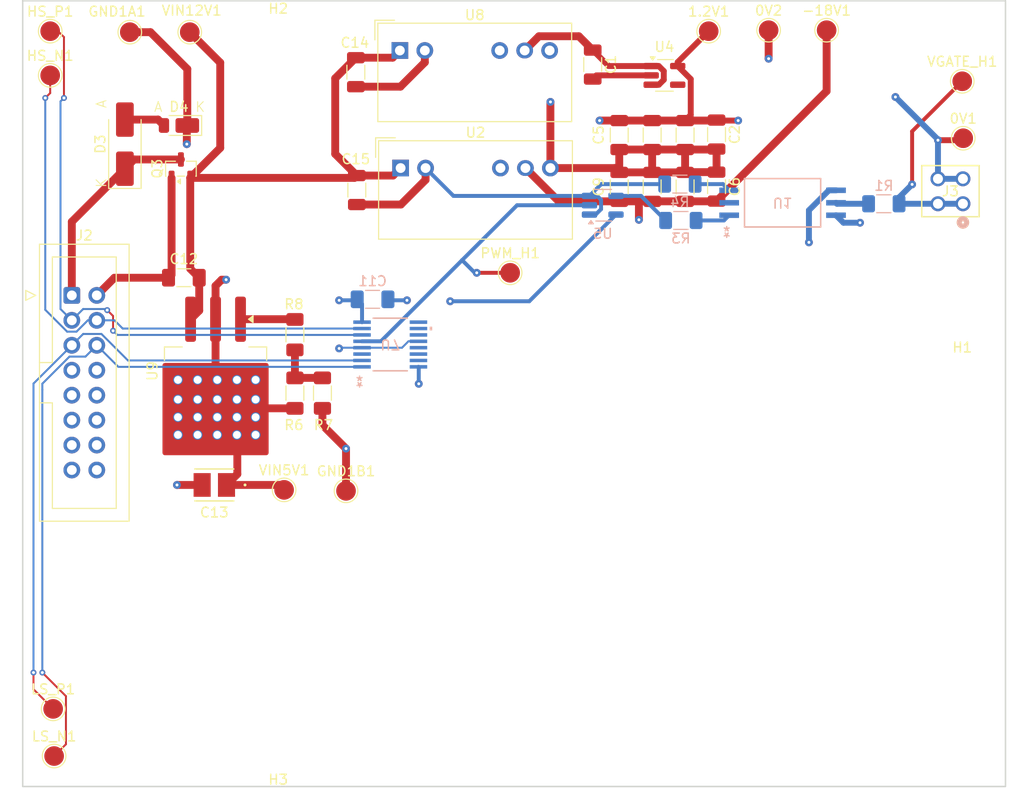
<source format=kicad_pcb>
(kicad_pcb (version 20241229) (generator "pcbnew") (generator_version "9.0")
  (layers (0 "F.Cu" signal) (4 "In1.Cu" signal) (6 "In2.Cu" signal) (2 "B.Cu" signal) (13 "F.Paste" user) (15 "B.Paste" user) (5 "F.SilkS" user "F.Silkscreen") (7 "B.SilkS" user "B.Silkscreen") (1 "F.Mask" user) (3 "B.Mask" user) (25 "Edge.Cuts" user))
  (net 0 "")
  (net 1 "/Gate_Driver/0V")
  (net 2 "Net-(U4-EN)")
  (net 3 "/Gate_Driver/-18V_H")
  (net 4 "GND1")
  (net 5 "/Gate_Driver/VIN5V")
  (net 6 "/Gate_Driver/VIN12V")
  (net 7 "Net-(D3-A)")
  (net 8 "+12V")
  (net 9 "/Gate_Driver/VGATE_H")
  (net 10 "/Gate_Driver/0V_H")
  (net 11 "/Gate_Driver/1.2V_H")
  (net 12 "/Gate_Driver/HS_N")
  (net 13 "/Gate_Driver/LS_N")
  (net 14 "/Gate_Driver/LS_P")
  (net 15 "/Gate_Driver/HS_P")
  (net 16 "Net-(U1-VOUT)")
  (net 17 "Net-(U5-Y)")
  (net 18 "Net-(U1-ANODE)")
  (net 19 "Net-(U1-CATHODE)")
  (net 20 "Net-(R6-Pad2)")
  (net 21 "Net-(U9-ADJ)")
  (net 22 "/Gate_Driver/PWM_H")
  (net 30 "/Gate_Driver/PWM_L")
  (footprint "Gate_Driver:CON4_2X2_TU_SSQ" (layer "F.Cu") (at 160.4 81.3)
    (property "Reference" "J3" (at 0 0 0) (layer "F.SilkS"))
    (property "Value" "SSW-102-01-G-D")
    (pad "1" thru_hole circle (at 1.27 1.27 90) (size 1.524 1.524) (drill 1.016) (layers "*.Cu" "*.Mask") (net 9 "/Gate_Driver/VGATE_H"))
    (pad "2" thru_hole circle (at 1.27 -1.27 90) (size 1.524 1.524) (drill 1.016) (layers "*.Cu" "*.Mask") (net 1 "/Gate_Driver/0V"))
    (pad "3" thru_hole circle (at -1.27 1.27 90) (size 1.524 1.524) (drill 1.016) (layers "*.Cu" "*.Mask") (net 9 "/Gate_Driver/VGATE_H"))
    (pad "4" thru_hole circle (at -1.27 -1.27 90) (size 1.524 1.524) (drill 1.016) (layers "*.Cu" "*.Mask") (net 1 "/Gate_Driver/0V"))
  )
  (footprint "TestPoint:TestPoint_Pad_D2.0mm" (layer "F.Cu") (at 141.9 64.9)
    (property "Reference" "0V2" (at 0 -1.998 0) (layer "F.SilkS"))
    (property "Value" "TestPoint")
    (pad "1" smd circle (at 0 0) (size 2 2) (layers "F.Cu" "F.Mask") (net 10 "/Gate_Driver/0V_H"))
  )
  (footprint "TestPoint:TestPoint_Pad_D2.0mm" (layer "F.Cu") (at 68.8 69.5)
    (property "Reference" "HS_N1" (at 0 -1.998 0) (layer "F.SilkS"))
    (property "Value" "HS_N")
    (pad "1" smd circle (at 0 0) (size 2 2) (layers "F.Cu" "F.Mask") (net 12 "/Gate_Driver/HS_N"))
  )
  (footprint "Capacitor_SMD:C_1206_3216Metric" (layer "F.Cu") (at 130.05 80.85 -90)
    (property "Reference" "C8" (hide yes))
    (property "Value" "1u")
    (pad "1" smd roundrect (at -1.475 0 270) (size 1.15 1.8) (layers "F.Cu" "F.Mask" "F.Paste") (roundrect_rratio 0.217391) (net 10 "/Gate_Driver/0V_H"))
    (pad "2" smd roundrect (at 1.475 0 270) (size 1.15 1.8) (layers "F.Cu" "F.Mask" "F.Paste") (roundrect_rratio 0.217391) (net 3 "/Gate_Driver/-18V_H"))
  )
  (footprint "TestPoint:TestPoint_Pad_D2.0mm" (layer "F.Cu") (at 135.8 65)
    (property "Reference" "1.2V1" (at 0 -1.998 0) (layer "F.SilkS"))
    (property "Value" "TestPoint")
    (pad "1" smd circle (at 0 0) (size 2 2) (layers "F.Cu" "F.Mask") (net 11 "/Gate_Driver/1.2V_H"))
  )
  (footprint "Package_TO_SOT_SMD:TO-263-3_TabPin2" (layer "F.Cu") (at 85.625 101.975 -90)
    (property "Reference" "U9" (at -2.375 6.425 90) (layer "F.SilkS"))
    (property "Value" "LT1086-ADJ")
    (pad "1" smd roundrect (at -7.65 -2.54 270) (size 4.6 1.1) (layers "F.Cu" "F.Mask" "F.Paste") (roundrect_rratio 0.227273) (net 21 "Net-(U9-ADJ)"))
    (pad "2" smd roundrect (at -7.65 0 270) (size 4.6 1.1) (layers "F.Cu" "F.Mask" "F.Paste") (roundrect_rratio 0.227273) (net 5 "/Gate_Driver/VIN5V"))
    (pad "2" smd roundrect (at 1.5 0 270) (size 9.4 10.8) (layers "F.Cu" "F.Mask") (roundrect_rratio 0.026596) (net 5 "/Gate_Driver/VIN5V"))
    (pad "3" smd roundrect (at -7.65 2.54 270) (size 4.6 1.1) (layers "F.Cu" "F.Mask" "F.Paste") (roundrect_rratio 0.227273) (net 6 "/Gate_Driver/VIN12V"))
  )
  (footprint "Converter_DCDC:Converter_DCDC_Murata_MGJ2DxxxxxxSC_THT" (layer "F.Cu") (at 104.3775 66.9675)
    (property "Reference" "U8" (at 7.62 -3.61 0) (layer "F.SilkS"))
    (property "Value" "MGJ2D121802SC")
    (pad "1" thru_hole rect (at 0 0) (size 1.7 1.7) (drill 1) (layers "*.Cu" "*.Mask") (net 6 "/Gate_Driver/VIN12V"))
    (pad "2" thru_hole oval (at 2.54 0) (size 1.7 1.7) (drill 1) (layers "*.Cu" "*.Mask") (net 4 "GND1"))
    (pad "5" thru_hole oval (at 10.16 0) (size 1.7 1.7) (drill 1) (layers "*.Cu" "*.Mask") (net 10 "/Gate_Driver/0V_H"))
    (pad "6" thru_hole oval (at 12.7 0) (size 1.7 1.6) (drill 1) (layers "*.Cu" "*.Mask") (net 2 "Net-(U4-EN)"))
    (pad "7" thru_hole oval (at 15.24 0) (size 1.7 1.7) (drill 1) (layers "*.Cu" "*.Mask"))
  )
  (footprint "Capacitor_SMD:C_1206_3216Metric_Pad1.33x1.80mm_HandSolder" (layer "F.Cu") (at 82.4 90.1 180)
    (property "Reference" "C12" (at 0 1.9 0) (layer "F.SilkS"))
    (property "Value" "10u")
    (pad "1" smd roundrect (at -1.5625 0 180) (size 1.325 1.8) (layers "F.Cu" "F.Mask" "F.Paste") (roundrect_rratio 0.188679) (net 6 "/Gate_Driver/VIN12V"))
    (pad "2" smd roundrect (at 1.5625 0 180) (size 1.325 1.8) (layers "F.Cu" "F.Mask" "F.Paste") (roundrect_rratio 0.188679) (net 4 "GND1"))
  )
  (footprint "TestPoint:TestPoint_Pad_D2.0mm" (layer "F.Cu") (at 68.8 65)
    (property "Reference" "HS_P1" (at 0 -1.998 0) (layer "F.SilkS"))
    (property "Value" "HS_P")
    (pad "1" smd circle (at 0 0) (size 2 2) (layers "F.Cu" "F.Mask") (net 15 "/Gate_Driver/HS_P"))
  )
  (footprint "TestPoint:TestPoint_Pad_D2.0mm" (layer "F.Cu") (at 161.7 75.9)
    (property "Reference" "0V1" (at 0 -1.998 0) (layer "F.SilkS"))
    (property "Value" "TestPoint")
    (pad "1" smd circle (at 0 0) (size 2 2) (layers "F.Cu" "F.Mask") (net 1 "/Gate_Driver/0V"))
  )
  (footprint "TestPoint:TestPoint_Pad_D2.0mm" (layer "F.Cu") (at 92.6 111.7)
    (property "Reference" "VIN5V1" (at 0 -1.998 0) (layer "F.SilkS"))
    (property "Value" "TestPoint")
    (pad "1" smd circle (at 0 0) (size 2 2) (layers "F.Cu" "F.Mask") (net 5 "/Gate_Driver/VIN5V"))
  )
  (footprint "Capacitor_SMD:C_1206_3216Metric" (layer "F.Cu") (at 133.4 80.85 -90)
    (property "Reference" "C7" (hide yes))
    (property "Value" "1u")
    (pad "1" smd roundrect (at -1.475 0 270) (size 1.15 1.8) (layers "F.Cu" "F.Mask" "F.Paste") (roundrect_rratio 0.217391) (net 10 "/Gate_Driver/0V_H"))
    (pad "2" smd roundrect (at 1.475 0 270) (size 1.15 1.8) (layers "F.Cu" "F.Mask" "F.Paste") (roundrect_rratio 0.217391) (net 3 "/Gate_Driver/-18V_H"))
  )
  (footprint "Resistor_SMD:R_1206_3216Metric_Pad1.30x1.75mm_HandSolder" (layer "F.Cu") (at 93.7 95.9 -90)
    (property "Reference" "R8" (at -3.1 0.1 180) (layer "F.SilkS"))
    (property "Value" "0")
    (pad "1" smd roundrect (at -1.55 0 270) (size 1.3 1.75) (layers "F.Cu" "F.Mask" "F.Paste") (roundrect_rratio 0.192308) (net 21 "Net-(U9-ADJ)"))
    (pad "2" smd roundrect (at 1.55 0 270) (size 1.3 1.75) (layers "F.Cu" "F.Mask" "F.Paste") (roundrect_rratio 0.192308) (net 20 "Net-(R6-Pad2)"))
  )
  (footprint "Capacitor_SMD:C_1206_3216Metric" (layer "F.Cu") (at 126.7 80.85 -90)
    (property "Reference" "C9" (at 0 2.1 90) (layer "F.SilkS"))
    (property "Value" "1u")
    (pad "1" smd roundrect (at -1.475 0 270) (size 1.15 1.8) (layers "F.Cu" "F.Mask" "F.Paste") (roundrect_rratio 0.217391) (net 10 "/Gate_Driver/0V_H"))
    (pad "2" smd roundrect (at 1.475 0 270) (size 1.15 1.8) (layers "F.Cu" "F.Mask" "F.Paste") (roundrect_rratio 0.217391) (net 3 "/Gate_Driver/-18V_H"))
  )
  (footprint "Capacitor_SMD:C_1206_3216Metric" (layer "F.Cu") (at 126.7 75.575 -90)
    (property "Reference" "C5" (at 0 2.1 90) (layer "F.SilkS"))
    (property "Value" "1u")
    (pad "1" smd roundrect (at -1.475 0 270) (size 1.15 1.8) (layers "F.Cu" "F.Mask" "F.Paste") (roundrect_rratio 0.217391) (net 11 "/Gate_Driver/1.2V_H"))
    (pad "2" smd roundrect (at 1.475 0 270) (size 1.15 1.8) (layers "F.Cu" "F.Mask" "F.Paste") (roundrect_rratio 0.217391) (net 10 "/Gate_Driver/0V_H"))
  )
  (footprint "Capacitor_SMD:C_1206_3216Metric" (layer "F.Cu") (at 136.6 80.825 -90)
    (property "Reference" "C6" (at 0 -1.85 90) (layer "F.SilkS"))
    (property "Value" "1u")
    (pad "1" smd roundrect (at -1.475 0 270) (size 1.15 1.8) (layers "F.Cu" "F.Mask" "F.Paste") (roundrect_rratio 0.217391) (net 10 "/Gate_Driver/0V_H"))
    (pad "2" smd roundrect (at 1.475 0 270) (size 1.15 1.8) (layers "F.Cu" "F.Mask" "F.Paste") (roundrect_rratio 0.217391) (net 3 "/Gate_Driver/-18V_H"))
  )
  (footprint "MountingHole:MountingHole_4.3mm_M4_DIN965" (layer "F.Cu") (at 92 136.5)
    (property "Reference" "H3" (at 0 4.7 0) (layer "F.SilkS"))
    (property "Value" "MountingHole")
    (pad "" np_thru_hole circle (at 0 0) (size 4.3 4.3) (drill 4.3) (layers "*.Cu" "*.Mask"))
  )
  (footprint "TestPoint:TestPoint_Pad_D2.0mm" (layer "F.Cu") (at 115.6 89.6)
    (property "Reference" "PWM_H1" (at 0 -1.998 0) (layer "F.SilkS"))
    (property "Value" "TestPoint")
    (pad "1" smd circle (at 0 0) (size 2 2) (layers "F.Cu" "F.Mask") (net 22 "/Gate_Driver/PWM_H"))
  )
  (footprint "Converter_DCDC:Converter_DCDC_Murata_MGJ2DxxxxxxSC_THT" (layer "F.Cu") (at 104.455 78.935)
    (property "Reference" "U2" (at 7.62 -3.61 0) (layer "F.SilkS"))
    (property "Value" "MGJ2D121802SC")
    (pad "1" thru_hole rect (at 0 0) (size 1.7 1.7) (drill 1) (layers "*.Cu" "*.Mask") (net 6 "/Gate_Driver/VIN12V"))
    (pad "2" thru_hole oval (at 2.54 0) (size 1.7 1.7) (drill 1) (layers "*.Cu" "*.Mask") (net 4 "GND1"))
    (pad "5" thru_hole oval (at 10.16 0) (size 1.7 1.7) (drill 1) (layers "*.Cu" "*.Mask"))
    (pad "6" thru_hole oval (at 12.7 0) (size 1.7 1.6) (drill 1) (layers "*.Cu" "*.Mask") (net 3 "/Gate_Driver/-18V_H"))
    (pad "7" thru_hole oval (at 15.24 0) (size 1.7 1.7) (drill 1) (layers "*.Cu" "*.Mask") (net 10 "/Gate_Driver/0V_H"))
  )
  (footprint "TestPoint:TestPoint_Pad_D2.0mm" (layer "F.Cu") (at 76.9 65.1)
    (property "Reference" "GND1A1" (at -1.3 -2.1 0) (layer "F.SilkS"))
    (property "Value" "TestPoint")
    (pad "1" smd circle (at 0 0) (size 2 2) (layers "F.Cu" "F.Mask") (net 4 "GND1"))
  )
  (footprint "Capacitor_SMD:C_1206_3216Metric" (layer "F.Cu") (at 133.4 75.575 -90)
    (property "Reference" "C3" (hide yes))
    (property "Value" "1u")
    (pad "1" smd roundrect (at -1.475 0 270) (size 1.15 1.8) (layers "F.Cu" "F.Mask" "F.Paste") (roundrect_rratio 0.217391) (net 11 "/Gate_Driver/1.2V_H"))
    (pad "2" smd roundrect (at 1.475 0 270) (size 1.15 1.8) (layers "F.Cu" "F.Mask" "F.Paste") (roundrect_rratio 0.217391) (net 10 "/Gate_Driver/0V_H"))
  )
  (footprint "Capacitor_SMD:C_1206_3216Metric" (layer "F.Cu") (at 130.05 75.575 -90)
    (property "Reference" "C4" (hide yes))
    (property "Value" "1u")
    (pad "1" smd roundrect (at -1.475 0 270) (size 1.15 1.8) (layers "F.Cu" "F.Mask" "F.Paste") (roundrect_rratio 0.217391) (net 11 "/Gate_Driver/1.2V_H"))
    (pad "2" smd roundrect (at 1.475 0 270) (size 1.15 1.8) (layers "F.Cu" "F.Mask" "F.Paste") (roundrect_rratio 0.217391) (net 10 "/Gate_Driver/0V_H"))
  )
  (footprint "TestPoint:TestPoint_Pad_D2.0mm" (layer "F.Cu") (at 69.1 134)
    (property "Reference" "LS_P1" (at 0 -1.998 0) (layer "F.SilkS"))
    (property "Value" "LS_P")
    (pad "1" smd circle (at 0 0) (size 2 2) (layers "F.Cu" "F.Mask") (net 14 "/Gate_Driver/LS_P"))
  )
  (footprint "Package_TO_SOT_SMD:SOT-23" (layer "F.Cu") (at 82.1 79 90)
    (property "Reference" "Q3" (at 0 -2.4 90) (layer "F.SilkS"))
    (property "Value" "DMP3099L")
    (pad "1" smd roundrect (at -0.9375 -0.95 90) (size 1.475 0.6) (layers "F.Cu" "F.Mask" "F.Paste") (net 4 "GND1"))
    (pad "2" smd roundrect (at -0.9375 0.95 90) (size 1.475 0.6) (layers "F.Cu" "F.Mask" "F.Paste") (net 6 "/Gate_Driver/VIN12V"))
    (pad "3" smd roundrect (at 0.9375 0 90) (size 1.475 0.6) (layers "F.Cu" "F.Mask" "F.Paste") (net 8 "+12V"))
  )
  (footprint "Package_TO_SOT_SMD:SOT-23-5_HandSoldering" (layer "F.Cu") (at 131.3 69.5)
    (property "Reference" "U4" (at 0 -2.9 0) (layer "F.SilkS"))
    (property "Value" "LDK130-12_SOT23_SOT353")
    (pad "1" smd roundrect (at -1.35 -0.95) (size 1.56 0.65) (layers "F.Cu" "F.Mask" "F.Paste") (net 2 "Net-(U4-EN)"))
    (pad "2" smd roundrect (at -1.35 0) (size 1.56 0.65) (layers "F.Cu" "F.Mask" "F.Paste") (net 10 "/Gate_Driver/0V_H"))
    (pad "3" smd roundrect (at -1.35 0.95) (size 1.56 0.65) (layers "F.Cu" "F.Mask" "F.Paste") (net 2 "Net-(U4-EN)"))
    (pad "4" smd roundrect (at 1.35 0.95) (size 1.56 0.65) (layers "F.Cu" "F.Mask" "F.Paste"))
    (pad "5" smd roundrect (at 1.35 -0.95) (size 1.56 0.65) (layers "F.Cu" "F.Mask" "F.Paste") (net 11 "/Gate_Driver/1.2V_H"))
  )
  (footprint "TestPoint:TestPoint_Pad_D2.0mm" (layer "F.Cu") (at 147.8 64.9)
    (property "Reference" "-18V1" (at 0 -1.998 0) (layer "F.SilkS"))
    (property "Value" "TestPoint")
    (pad "1" smd circle (at 0 0) (size 2 2) (layers "F.Cu" "F.Mask") (net 3 "/Gate_Driver/-18V_H"))
  )
  (footprint "Diode_SMD:D_PowerDI-123" (layer "F.Cu") (at 81.9 74.6 180)
    (property "Reference" "D4" (at 0 1.9 0) (layer "F.SilkS"))
    (property "Value" "D_Schottky")
    (pad "1" smd roundrect (at -0.85 0) (size 2.4 1.5) (layers "F.Cu" "F.Mask" "F.Paste") (roundrect_rratio 0.1666666667) (net 4 "GND1"))
    (pad "2" smd roundrect (at 1.525 0) (size 1.05 1.5) (layers "F.Cu" "F.Mask" "F.Paste") (roundrect_rratio 0.2380952381) (net 7 "Net-(D3-A)"))
  )
  (footprint "Resistor_SMD:R_1206_3216Metric_Pad1.30x1.75mm_HandSolder" (layer "F.Cu") (at 96.5 101.85 -90)
    (property "Reference" "R7" (at 3.25 -0.1 180) (layer "F.SilkS"))
    (property "Value" "365")
    (pad "1" smd roundrect (at -1.55 0 270) (size 1.3 1.75) (layers "F.Cu" "F.Mask" "F.Paste") (roundrect_rratio 0.192308) (net 20 "Net-(R6-Pad2)"))
    (pad "2" smd roundrect (at 1.55 0 270) (size 1.3 1.75) (layers "F.Cu" "F.Mask" "F.Paste") (roundrect_rratio 0.192308) (net 4 "GND1"))
  )
  (footprint "TestPoint:TestPoint_Pad_D2.0mm" (layer "F.Cu") (at 83 65.1)
    (property "Reference" "VIN12V1" (at 0.2 -2.2 0) (layer "F.SilkS"))
    (property "Value" "TestPoint")
    (pad "1" smd circle (at 0 0) (size 2 2) (layers "F.Cu" "F.Mask") (net 6 "/Gate_Driver/VIN12V"))
  )
  (footprint "Resistor_SMD:R_1206_3216Metric_Pad1.30x1.75mm_HandSolder" (layer "F.Cu") (at 93.7 101.85 90)
    (property "Reference" "R6" (at -3.25 -0.1 180) (layer "F.SilkS"))
    (property "Value" "121")
    (pad "1" smd roundrect (at -1.55 0 90) (size 1.3 1.75) (layers "F.Cu" "F.Mask" "F.Paste") (roundrect_rratio 0.192308) (net 5 "/Gate_Driver/VIN5V"))
    (pad "2" smd roundrect (at 1.55 0 90) (size 1.3 1.75) (layers "F.Cu" "F.Mask" "F.Paste") (roundrect_rratio 0.192308) (net 20 "Net-(R6-Pad2)"))
  )
  (footprint "Capacitor_SMD:C_1206_3216Metric" (layer "F.Cu") (at 124 68.4 -90)
    (property "Reference" "C1" (at 0 -1.85 90) (layer "F.SilkS"))
    (property "Value" "1u")
    (pad "1" smd roundrect (at -1.475 0 270) (size 1.15 1.8) (layers "F.Cu" "F.Mask" "F.Paste") (roundrect_rratio 0.217391) (net 2 "Net-(U4-EN)"))
    (pad "2" smd roundrect (at 1.475 0 270) (size 1.15 1.8) (layers "F.Cu" "F.Mask" "F.Paste") (roundrect_rratio 0.217391) (net 10 "/Gate_Driver/0V_H"))
  )
  (footprint "Capacitor_SMD:C_1206_3216Metric" (layer "F.Cu") (at 100 81.175 -90)
    (property "Reference" "C15" (at -3.15 0.1 180) (layer "F.SilkS"))
    (property "Value" "10u")
    (pad "1" smd roundrect (at -1.475 0 270) (size 1.15 1.8) (layers "F.Cu" "F.Mask" "F.Paste") (roundrect_rratio 0.217391) (net 6 "/Gate_Driver/VIN12V"))
    (pad "2" smd roundrect (at 1.475 0 270) (size 1.15 1.8) (layers "F.Cu" "F.Mask" "F.Paste") (roundrect_rratio 0.217391) (net 4 "GND1"))
  )
  (footprint "MountingHole:MountingHole_4.3mm_M4_DIN965" (layer "F.Cu") (at 92 67.4)
    (property "Reference" "H2" (at 0 -4.7 0) (layer "F.SilkS"))
    (property "Value" "MountingHole")
    (pad "" np_thru_hole circle (at 0 0) (size 4.3 4.3) (drill 4.3) (layers "*.Cu" "*.Mask"))
  )
  (footprint "TestPoint:TestPoint_Pad_D2.0mm" (layer "F.Cu") (at 98.9 111.8)
    (property "Reference" "GND1B1" (at 0 -1.998 0) (layer "F.SilkS"))
    (property "Value" "TestPoint")
    (pad "1" smd circle (at 0 0) (size 2 2) (layers "F.Cu" "F.Mask") (net 4 "GND1"))
  )
  (footprint "Capacitor_SMD:C_1206_3216Metric" (layer "F.Cu") (at 99.9 69.175 -90)
    (property "Reference" "C14" (at -3 0.1 180) (layer "F.SilkS"))
    (property "Value" "10u")
    (pad "1" smd roundrect (at -1.475 0 270) (size 1.15 1.8) (layers "F.Cu" "F.Mask" "F.Paste") (roundrect_rratio 0.217391) (net 6 "/Gate_Driver/VIN12V"))
    (pad "2" smd roundrect (at 1.475 0 270) (size 1.15 1.8) (layers "F.Cu" "F.Mask" "F.Paste") (roundrect_rratio 0.217391) (net 4 "GND1"))
  )
  (footprint "Diode_SMD:D_SMA_Handsoldering" (layer "F.Cu") (at 76.4 76.5 90)
    (property "Reference" "D3" (at 0 -2.5 90) (layer "F.SilkS"))
    (property "Value" "Z1SMAxxx")
    (pad "1" smd roundrect (at -2.5 0 90) (size 3.5 1.8) (layers "F.Cu" "F.Mask" "F.Paste") (roundrect_rratio 0.1388888889) (net 8 "+12V"))
    (pad "2" smd roundrect (at 2.5 0 90) (size 3.5 1.8) (layers "F.Cu" "F.Mask" "F.Paste") (roundrect_rratio 0.1388888889) (net 7 "Net-(D3-A)"))
  )
  (footprint "TestPoint:TestPoint_Pad_D2.0mm" (layer "F.Cu") (at 161.6 70.1)
    (property "Reference" "VGATE_H1" (at 0 -1.998 0) (layer "F.SilkS"))
    (property "Value" "TestPoint")
    (pad "1" smd circle (at 0 0) (size 2 2) (layers "F.Cu" "F.Mask") (net 9 "/Gate_Driver/VGATE_H"))
  )
  (footprint "Connector_IDC:IDC-Header_2x08_P2.54mm_Vertical" (layer "F.Cu") (at 71 91.9)
    (property "Reference" "J2" (at 1.27 -6.1 0) (layer "F.SilkS"))
    (property "Value" "Conn_02x08_Odd_Even")
    (pad "1" thru_hole roundrect (at 0 0) (size 1.7 1.7) (drill 1) (layers "*.Cu" "*.Mask") (roundrect_rratio 0.147059) (net 8 "+12V"))
    (pad "2" thru_hole circle (at 2.54 0) (size 1.7 1.7) (drill 1) (layers "*.Cu" "*.Mask") (net 4 "GND1"))
    (pad "3" thru_hole circle (at 0 2.54) (size 1.7 1.7) (drill 1) (layers "*.Cu" "*.Mask") (net 15 "/Gate_Driver/HS_P"))
    (pad "4" thru_hole circle (at 2.54 2.54) (size 1.7 1.7) (drill 1) (layers "*.Cu" "*.Mask") (net 12 "/Gate_Driver/HS_N"))
    (pad "5" thru_hole circle (at 0 5.08) (size 1.7 1.7) (drill 1) (layers "*.Cu" "*.Mask") (net 14 "/Gate_Driver/LS_P"))
    (pad "6" thru_hole circle (at 2.54 5.08) (size 1.7 1.7) (drill 1) (layers "*.Cu" "*.Mask") (net 13 "/Gate_Driver/LS_N"))
    (pad "7" thru_hole circle (at 0 7.62) (size 1.7 1.7) (drill 1) (layers "*.Cu" "*.Mask"))
    (pad "8" thru_hole circle (at 2.54 7.62) (size 1.7 1.7) (drill 1) (layers "*.Cu" "*.Mask"))
    (pad "9" thru_hole circle (at 0 10.16) (size 1.7 1.7) (drill 1) (layers "*.Cu" "*.Mask"))
    (pad "10" thru_hole circle (at 2.54 10.16) (size 1.7 1.7) (drill 1) (layers "*.Cu" "*.Mask"))
    (pad "11" thru_hole circle (at 0 12.7) (size 1.7 1.7) (drill 1) (layers "*.Cu" "*.Mask"))
    (pad "12" thru_hole circle (at 2.54 12.7) (size 1.7 1.7) (drill 1) (layers "*.Cu" "*.Mask") (net 4 "GND1"))
    (pad "13" thru_hole circle (at 0 15.24) (size 1.7 1.7) (drill 1) (layers "*.Cu" "*.Mask"))
    (pad "14" thru_hole circle (at 2.54 15.24) (size 1.7 1.7) (drill 1) (layers "*.Cu" "*.Mask") (net 4 "GND1"))
    (pad "15" thru_hole circle (at 0 17.78) (size 1.7 1.7) (drill 1) (layers "*.Cu" "*.Mask"))
    (pad "16" thru_hole circle (at 2.54 17.78) (size 1.7 1.7) (drill 1) (layers "*.Cu" "*.Mask") (net 4 "GND1"))
  )
  (footprint "Gate_Driver:TAJB_AVX-M" (layer "F.Cu") (at 85.5 111.2 180)
    (property "Reference" "C13" (at 0 -2.8 0) (layer "F.SilkS"))
    (property "Value" "10u")
    (pad "1" smd rect (at -1.239063 0 270) (size 2.413 1.738275) (layers "F.Cu" "F.Mask" "F.Paste") (net 5 "/Gate_Driver/VIN5V"))
    (pad "2" smd rect (at 1.239063 0 270) (size 2.413 1.738275) (layers "F.Cu" "F.Mask" "F.Paste") (net 4 "GND1"))
  )
  (footprint "TestPoint:TestPoint_Pad_D2.0mm" (layer "F.Cu") (at 69.2 138.8)
    (property "Reference" "LS_N1" (at 0 -1.998 0) (layer "F.SilkS"))
    (property "Value" "LS_N")
    (pad "1" smd circle (at 0 0) (size 2 2) (layers "F.Cu" "F.Mask") (net 13 "/Gate_Driver/LS_N"))
  )
  (footprint "MountingHole:MountingHole_4.3mm_M4_DIN965" (layer "F.Cu") (at 161.6 101.9)
    (property "Reference" "H1" (at 0 -4.7 0) (layer "F.SilkS"))
    (property "Value" "MountingHole")
    (pad "" np_thru_hole circle (at 0 0) (size 4.3 4.3) (drill 4.3) (layers "*.Cu" "*.Mask"))
  )
  (footprint "Capacitor_SMD:C_1206_3216Metric" (layer "F.Cu") (at 136.6 75.525 -90)
    (property "Reference" "C2" (at 0 -1.85 90) (layer "F.SilkS"))
    (property "Value" "1u")
    (pad "1" smd roundrect (at -1.475 0 270) (size 1.15 1.8) (layers "F.Cu" "F.Mask" "F.Paste") (roundrect_rratio 0.217391) (net 11 "/Gate_Driver/1.2V_H"))
    (pad "2" smd roundrect (at 1.475 0 270) (size 1.15 1.8) (layers "F.Cu" "F.Mask" "F.Paste") (roundrect_rratio 0.217391) (net 10 "/Gate_Driver/0V_H"))
  )
  (footprint "Resistor_SMD:R_1206_3216Metric_Pad1.30x1.75mm_HandSolder" (layer "B.Cu") (at 132.87 80.57)
    (property "Reference" "R4" (at 0 1.83 0) (layer "B.SilkS") (effects (justify mirror)))
    (property "Value" "145")
    (pad "1" smd roundrect (at -1.55 0) (size 1.3 1.75) (layers "B.Cu" "B.Mask" "B.Paste") (roundrect_rratio 0.192308) (net 4 "GND1"))
    (pad "2" smd roundrect (at 1.55 0) (size 1.3 1.75) (layers "B.Cu" "B.Mask" "B.Paste") (roundrect_rratio 0.192308) (net 19 "Net-(U1-CATHODE)"))
  )
  (footprint "Package_TO_SOT_SMD:SOT-23-5_HandSoldering" (layer "B.Cu") (at 125.02 82.72)
    (property "Reference" "U5" (at 0 2.9 0) (layer "B.SilkS") (effects (justify mirror)))
    (property "Value" "NC7SZ125M5X")
    (pad "1" smd roundrect (at -1.35 0.95) (size 1.56 0.65) (layers "B.Cu" "B.Mask" "B.Paste") (net 4 "GND1"))
    (pad "2" smd roundrect (at -1.35 0) (size 1.56 0.65) (layers "B.Cu" "B.Mask" "B.Paste") (net 22 "/Gate_Driver/PWM_H"))
    (pad "3" smd roundrect (at -1.35 -0.95) (size 1.56 0.65) (layers "B.Cu" "B.Mask" "B.Paste") (net 4 "GND1"))
    (pad "4" smd roundrect (at 1.35 -0.95) (size 1.56 0.65) (layers "B.Cu" "B.Mask" "B.Paste") (net 17 "Net-(U5-Y)"))
    (pad "5" smd roundrect (at 1.35 0.95) (size 1.56 0.65) (layers "B.Cu" "B.Mask" "B.Paste") (net 5 "/Gate_Driver/VIN5V"))
  )
  (footprint "Resistor_SMD:R_1206_3216Metric_Pad1.30x1.75mm_HandSolder" (layer "B.Cu") (at 132.97 84.27)
    (property "Reference" "R3" (at 0 1.83 0) (layer "B.SilkS") (effects (justify mirror)))
    (property "Value" "145")
    (pad "1" smd roundrect (at -1.55 0) (size 1.3 1.75) (layers "B.Cu" "B.Mask" "B.Paste") (roundrect_rratio 0.192308) (net 17 "Net-(U5-Y)"))
    (pad "2" smd roundrect (at 1.55 0) (size 1.3 1.75) (layers "B.Cu" "B.Mask" "B.Paste") (roundrect_rratio 0.192308) (net 18 "Net-(U1-ANODE)"))
  )
  (footprint "Resistor_SMD:R_1206_3216Metric_Pad1.30x1.75mm_HandSolder" (layer "B.Cu") (at 153.62 82.57 180)
    (property "Reference" "R1" (at 0 1.83 0) (layer "B.SilkS") (effects (justify mirror)))
    (property "Value" "Ron 2 ohm")
    (pad "1" smd roundrect (at -1.55 0 180) (size 1.3 1.75) (layers "B.Cu" "B.Mask" "B.Paste") (roundrect_rratio 0.192308) (net 9 "/Gate_Driver/VGATE_H"))
    (pad "2" smd roundrect (at 1.55 0 180) (size 1.3 1.75) (layers "B.Cu" "B.Mask" "B.Paste") (roundrect_rratio 0.192308) (net 16 "Net-(U1-VOUT)"))
  )
  (footprint "Gate_Driver:SOIC06_SO-6_7P5X4P68_TEX-M" (layer "B.Cu") (at 143.32 82.47)
    (property "Reference" "U1" (at 0 0 180) (layer "B.SilkS") (effects (justify mirror)))
    (property "Value" "UCC23513QDWYRQ1")
    (fp_text user "*" (at -5.6896 2.9718 180) (layer "B.SilkS") (effects (justify mirror)))
    (fp_text user "*" (at -5.6896 2.9718 0) (layer "B.SilkS") (effects (justify mirror)))
    (pad "1" smd rect (at -5.4356 1.27) (size 2.0066 0.5588) (layers "B.Cu" "B.Mask" "B.Paste") (net 18 "Net-(U1-ANODE)"))
    (pad "2" smd rect (at -5.4356 0) (size 2.0066 0.5588) (layers "B.Cu" "B.Mask" "B.Paste"))
    (pad "3" smd rect (at -5.4356 -1.27) (size 2.0066 0.5588) (layers "B.Cu" "B.Mask" "B.Paste") (net 19 "Net-(U1-CATHODE)"))
    (pad "4" smd rect (at 5.4356 -1.27) (size 2.0066 0.5588) (layers "B.Cu" "B.Mask" "B.Paste") (net 3 "/Gate_Driver/-18V_H"))
    (pad "5" smd rect (at 5.4356 0) (size 2.0066 0.5588) (layers "B.Cu" "B.Mask" "B.Paste") (net 16 "Net-(U1-VOUT)"))
    (pad "6" smd rect (at 5.4356 1.27) (size 2.0066 0.5588) (layers "B.Cu" "B.Mask" "B.Paste") (net 11 "/Gate_Driver/1.2V_H"))
  )
  (footprint "Capacitor_SMD:C_1206_3216Metric_Pad1.33x1.80mm_HandSolder" (layer "B.Cu") (at 101.6 92.3 180)
    (property "Reference" "C11" (at 0 1.85 0) (layer "B.SilkS") (effects (justify mirror)))
    (property "Value" "0.1u")
    (pad "1" smd roundrect (at -1.5625 0 180) (size 1.325 1.8) (layers "B.Cu" "B.Mask" "B.Paste") (roundrect_rratio 0.188679) (net 5 "/Gate_Driver/VIN5V"))
    (pad "2" smd roundrect (at 1.5625 0 180) (size 1.325 1.8) (layers "B.Cu" "B.Mask" "B.Paste") (roundrect_rratio 0.188679) (net 4 "GND1"))
  )
  (footprint "Gate_Driver:RU_16_ADI-M" (layer "B.Cu") (at 103.4 96.9)
    (property "Reference" "U7" (at 0 0 180) (layer "B.SilkS") (effects (justify mirror)))
    (property "Value" "ADM4168EBRUZ")
    (fp_text user "*" (at -3.1242 3.773601 180) (layer "B.SilkS") (effects (justify mirror)))
    (fp_text user "*" (at -3.1242 3.773601 0) (layer "B.SilkS") (effects (justify mirror)))
    (pad "1" smd rect (at -2.8702 2.274999) (size 1.778 0.3556) (layers "B.Cu" "B.Mask" "B.Paste") (net 13 "/Gate_Driver/LS_N"))
    (pad "2" smd rect (at -2.8702 1.625001) (size 1.778 0.3556) (layers "B.Cu" "B.Mask" "B.Paste") (net 14 "/Gate_Driver/LS_P"))
    (pad "3" smd rect (at -2.8702 0.974999) (size 1.778 0.3556) (layers "B.Cu" "B.Mask" "B.Paste") (net 30 "/Gate_Driver/PWM_L"))
    (pad "4" smd rect (at -2.8702 0.325001) (size 1.778 0.3556) (layers "B.Cu" "B.Mask" "B.Paste") (net 4 "GND1"))
    (pad "5" smd rect (at -2.8702 -0.324998) (size 1.778 0.3556) (layers "B.Cu" "B.Mask" "B.Paste") (net 22 "/Gate_Driver/PWM_H"))
    (pad "6" smd rect (at -2.8702 -0.974999) (size 1.778 0.3556) (layers "B.Cu" "B.Mask" "B.Paste") (net 15 "/Gate_Driver/HS_P"))
    (pad "7" smd rect (at -2.8702 -1.624998) (size 1.778 0.3556) (layers "B.Cu" "B.Mask" "B.Paste") (net 12 "/Gate_Driver/HS_N"))
    (pad "8" smd rect (at -2.8702 -2.274999) (size 1.778 0.3556) (layers "B.Cu" "B.Mask" "B.Paste") (net 4 "GND1"))
    (pad "9" smd rect (at 2.8702 -2.274999) (size 1.778 0.3556) (layers "B.Cu" "B.Mask" "B.Paste"))
    (pad "10" smd rect (at 2.8702 -1.625001) (size 1.778 0.3556) (layers "B.Cu" "B.Mask" "B.Paste"))
    (pad "11" smd rect (at 2.8702 -0.974999) (size 1.778 0.3556) (layers "B.Cu" "B.Mask" "B.Paste"))
    (pad "12" smd rect (at 2.8702 -0.325001) (size 1.778 0.3556) (layers "B.Cu" "B.Mask" "B.Paste") (net 4 "GND1"))
    (pad "13" smd rect (at 2.8702 0.324998) (size 1.778 0.3556) (layers "B.Cu" "B.Mask" "B.Paste"))
    (pad "14" smd rect (at 2.8702 0.974999) (size 1.778 0.3556) (layers "B.Cu" "B.Mask" "B.Paste"))
    (pad "15" smd rect (at 2.8702 1.624998) (size 1.778 0.3556) (layers "B.Cu" "B.Mask" "B.Paste"))
    (pad "16" smd rect (at 2.8702 2.274999) (size 1.778 0.3556) (layers "B.Cu" "B.Mask" "B.Paste") (net 5 "/Gate_Driver/VIN5V"))
  )
  (gr_rect (start 66 61.9) (end 166 141.9) (stroke (width 0.15)) (fill no) (layer "Edge.Cuts"))
  (gr_text "A" (at 79.3 73.3 0) (layer "F.SilkS") (effects (font (size 1 1) (thickness 0.1)) (justify left bottom)))
  (gr_text "K" (at 74.6 81.01 90) (layer "F.SilkS") (effects (font (size 1 1) (thickness 0.1)) (justify left bottom)))
  (gr_text "A" (at 74.6 72.9 90) (layer "F.SilkS") (effects (font (size 1 1) (thickness 0.1)) (justify left bottom)))
  (gr_text "K" (at 83.5 73.3 0) (layer "F.SilkS") (effects (font (size 1 1) (thickness 0.1)) (justify left bottom)))
  (segment (start 159.13 76.1) (end 161.5 76.1) (width 0.6) (layer "F.Cu") (net 1))
  (segment (start 161.5 76.1) (end 161.7 75.9) (width 0.6) (layer "F.Cu") (net 1))
  (via (at 141.9 67.8) (size 0.8) (drill 0.3) (layers "F.Cu" "B.Cu") (net 1))
  (via (at 154.8 71.7) (size 0.8) (drill 0.3) (layers "F.Cu" "B.Cu") (net 1))
  (via (at 119.7 72.2) (size 0.8) (drill 0.3) (layers "F.Cu" "B.Cu") (net 1))
  (via (at 159.13 76.1) (size 0.8) (drill 0.3) (layers "F.Cu" "B.Cu") (net 1))
  (segment (start 159.13 76.03) (end 159.13 76.1) (width 0.6) (layer "B.Cu") (net 1))
  (segment (start 159.13 76.1) (end 159.13 80.03) (width 0.6) (layer "B.Cu") (net 1))
  (segment (start 159.13 80.03) (end 161.67 80.03) (width 0.6) (layer "B.Cu") (net 1))
  (segment (start 154.8 71.7) (end 159.13 76.03) (width 0.6) (layer "B.Cu") (net 1))
  (segment (start 131.231 69.948999) (end 130.729999 70.45) (width 0.6) (layer "F.Cu") (net 2))
  (segment (start 117.0775 66.9675) (end 118.5285 65.5165) (width 0.8) (layer "F.Cu") (net 2))
  (segment (start 122.5915 65.5165) (end 124 66.925) (width 0.8) (layer "F.Cu") (net 2))
  (segment (start 130.729999 70.45) (end 129.95 70.45) (width 0.6) (layer "F.Cu") (net 2))
  (segment (start 129.95 68.55) (end 125.625 68.55) (width 0.6) (layer "F.Cu") (net 2))
  (segment (start 125.625 68.55) (end 124 66.925) (width 0.6) (layer "F.Cu") (net 2))
  (segment (start 129.95 68.55) (end 130.722834 68.55) (width 0.6) (layer "F.Cu") (net 2))
  (segment (start 131.231 69.058166) (end 131.231 69.948999) (width 0.6) (layer "F.Cu") (net 2))
  (segment (start 118.5285 65.5165) (end 122.5915 65.5165) (width 0.8) (layer "F.Cu") (net 2))
  (segment (start 130.722834 68.55) (end 131.231 69.058166) (width 0.6) (layer "F.Cu") (net 2))
  (segment (start 128.7 84.2) (end 128.7 82.425) (width 0.8) (layer "F.Cu") (net 3))
  (segment (start 136.575 82.325) (end 136.6 82.3) (width 0.8) (layer "F.Cu") (net 3))
  (segment (start 128.6 82.325) (end 130.05 82.325) (width 0.8) (layer "F.Cu") (net 3))
  (segment (start 147.8 71.1) (end 147.8 64.9) (width 0.8) (layer "F.Cu") (net 3))
  (segment (start 120.545 82.325) (end 126.7 82.325) (width 0.8) (layer "F.Cu") (net 3))
  (segment (start 117.155 78.935) (end 120.545 82.325) (width 0.8) (layer "F.Cu") (net 3))
  (segment (start 126.7 82.325) (end 128.6 82.325) (width 0.8) (layer "F.Cu") (net 3))
  (segment (start 133.4 82.325) (end 136.575 82.325) (width 0.8) (layer "F.Cu") (net 3))
  (segment (start 128.7 82.425) (end 128.6 82.325) (width 0.8) (layer "F.Cu") (net 3))
  (segment (start 136.6 82.3) (end 147.8 71.1) (width 0.8) (layer "F.Cu") (net 3))
  (segment (start 130.05 82.325) (end 133.4 82.325) (width 0.8) (layer "F.Cu") (net 3))
  (via (at 146 86.5) (size 0.8) (drill 0.3) (layers "F.Cu" "B.Cu") (net 3))
  (via (at 128.7 84.2) (size 0.8) (drill 0.3) (layers "F.Cu" "B.Cu") (net 3))
  (segment (start 146 83.2317) (end 148.0317 81.2) (width 0.6) (layer "B.Cu") (net 3))
  (segment (start 148.0317 81.2) (end 148.7556 81.2) (width 0.6) (layer "B.Cu") (net 3))
  (segment (start 146 86.5) (end 146 83.2317) (width 0.6) (layer "B.Cu") (net 3))
  (segment (start 96.5 103.4) (end 96.5 105.1) (width 0.8) (layer "F.Cu") (net 4))
  (segment (start 106.995 78.935) (end 106.995 80.137081) (width 0.8) (layer "F.Cu") (net 4))
  (segment (start 81.15 79.9375) (end 81.15 89.7875) (width 0.8) (layer "F.Cu") (net 4))
  (segment (start 81.15 89.7875) (end 80.8375 90.1) (width 0.8) (layer "F.Cu") (net 4))
  (segment (start 81.7 111.2) (end 84.260937 111.2) (width 0.8) (layer "F.Cu") (net 4))
  (segment (start 82.75 68.85) (end 82.75 74.6) (width 0.8) (layer "F.Cu") (net 4))
  (segment (start 82.7 76.5) (end 82.7 74.65) (width 0.8) (layer "F.Cu") (net 4))
  (segment (start 79 65.1) (end 82.75 68.85) (width 0.8) (layer "F.Cu") (net 4))
  (segment (start 106.995 80.137081) (end 104.482081 82.65) (width 0.8) (layer "F.Cu") (net 4))
  (segment (start 75.34 90.1) (end 80.8375 90.1) (width 0.8) (layer "F.Cu") (net 4))
  (segment (start 104.482081 82.65) (end 100 82.65) (width 0.8) (layer "F.Cu") (net 4))
  (segment (start 96.5 105.1) (end 98.9 107.5) (width 0.8) (layer "F.Cu") (net 4))
  (segment (start 76.9 65.1) (end 79 65.1) (width 0.8) (layer "F.Cu") (net 4))
  (segment (start 104.437081 70.65) (end 99.9 70.65) (width 0.8) (layer "F.Cu") (net 4))
  (segment (start 106.9175 66.9675) (end 106.9175 68.169581) (width 0.8) (layer "F.Cu") (net 4))
  (segment (start 98.9 107.5) (end 98.9 111.8) (width 0.8) (layer "F.Cu") (net 4))
  (segment (start 106.9175 68.169581) (end 104.437081 70.65) (width 0.8) (layer "F.Cu") (net 4))
  (segment (start 73.54 91.9) (end 75.34 90.1) (width 0.8) (layer "F.Cu") (net 4))
  (segment (start 82.7 74.65) (end 82.75 74.6) (width 0.8) (layer "F.Cu") (net 4))
  (via (at 82.7 76.5) (size 0.8) (drill 0.3) (layers "F.Cu" "B.Cu") (net 4))
  (via (at 98.2 97.3) (size 0.8) (drill 0.3) (layers "F.Cu" "B.Cu") (net 4))
  (via (at 98.9 107.5) (size 0.8) (drill 0.3) (layers "F.Cu" "B.Cu") (net 4))
  (via (at 98.2 92.4) (size 0.8) (drill 0.3) (layers "F.Cu" "B.Cu") (net 4))
  (via (at 81.7 111.2) (size 0.8) (drill 0.3) (layers "F.Cu" "B.Cu") (net 4))
  (segment (start 100.5298 97.225001) (end 98.274999 97.225001) (width 0.2) (layer "B.Cu") (net 4))
  (segment (start 100.5298 92.7923) (end 100.0375 92.3) (width 0.4) (layer "B.Cu") (net 4))
  (segment (start 123.67 81.77) (end 124.87 80.57) (width 0.4) (layer "B.Cu") (net 4))
  (segment (start 109.83 81.77) (end 106.995 78.935) (width 0.4) (layer "B.Cu") (net 4))
  (segment (start 123.67 81.77) (end 109.83 81.77) (width 0.4) (layer "B.Cu") (net 4))
  (segment (start 104.601397 97.225001) (end 105.251399 96.574999) (width 0.2) (layer "B.Cu") (net 4))
  (segment (start 100.5298 94.625001) (end 100.5298 92.7923) (width 0.4) (layer "B.Cu") (net 4))
  (segment (start 105.251399 96.574999) (end 106.2702 96.574999) (width 0.2) (layer "B.Cu") (net 4))
  (segment (start 124.301412 83.67) (end 123.67 83.67) (width 0.4) (layer "B.Cu") (net 4))
  (segment (start 98.274999 97.225001) (end 98.2 97.3) (width 0.2) (layer "B.Cu") (net 4))
  (segment (start 98.2 92.4) (end 99.9375 92.4) (width 0.4) (layer "B.Cu") (net 4))
  (segment (start 99.9375 92.4) (end 100.0375 92.3) (width 0.4) (layer "B.Cu") (net 4))
  (segment (start 124.87 80.57) (end 131.32 80.57) (width 0.4) (layer "B.Cu") (net 4))
  (segment (start 124.851 82.171001) (end 124.851 83.120412) (width 0.4) (layer "B.Cu") (net 4))
  (segment (start 124.449999 81.77) (end 124.851 82.171001) (width 0.4) (layer "B.Cu") (net 4))
  (segment (start 124.851 83.120412) (end 124.301412 83.67) (width 0.4) (layer "B.Cu") (net 4))
  (segment (start 100.5298 97.225001) (end 104.601397 97.225001) (width 0.2) (layer "B.Cu") (net 4))
  (segment (start 123.67 81.77) (end 124.449999 81.77) (width 0.4) (layer "B.Cu") (net 4))
  (segment (start 85.625 90.925) (end 85.625 94.325) (width 0.8) (layer "F.Cu") (net 5))
  (segment (start 86.7 90.3) (end 86.25 90.3) (width 0.8) (layer "F.Cu") (net 5))
  (segment (start 87.839063 105.689063) (end 85.625 103.475) (width 0.8) (layer "F.Cu") (net 5))
  (segment (start 87.839063 110.1) (end 87.839063 105.689063) (width 0.8) (layer "F.Cu") (net 5))
  (segment (start 93.7 103.4) (end 85.7 103.4) (width 0.8) (layer "F.Cu") (net 5))
  (segment (start 86.739063 111.2) (end 92.1 111.2) (width 0.8) (layer "F.Cu") (net 5))
  (segment (start 86.739063 111.2) (end 87.839063 110.1) (width 0.8) (layer "F.Cu") (net 5))
  (segment (start 85.625 94.325) (end 85.625 103.475) (width 0.8) (layer "F.Cu") (net 5))
  (segment (start 85.7 103.4) (end 85.625 103.475) (width 0.8) (layer "F.Cu") (net 5))
  (segment (start 92.1 111.2) (end 92.6 111.7) (width 0.8) (layer "F.Cu") (net 5))
  (segment (start 86.25 90.3) (end 85.625 90.925) (width 0.8) (layer "F.Cu") (net 5))
  (via (at 81.8 104.3) (size 1) (drill 0.8) (layers "F.Cu" "B.Cu") (net 5))
  (via (at 83.8 104.3) (size 1) (drill 0.8) (layers "F.Cu" "B.Cu") (net 5))
  (via (at 87.8 104.3) (size 1) (drill 0.8) (layers "F.Cu" "B.Cu") (net 5))
  (via (at 105.1 92.4) (size 0.8) (drill 0.3) (layers "F.Cu" "B.Cu") (net 5))
  (via (at 87.8 100.5) (size 1) (drill 0.8) (layers "F.Cu" "B.Cu") (net 5))
  (via (at 85.8 104.3) (size 1) (drill 0.8) (layers "F.Cu" "B.Cu") (net 5))
  (via (at 89.7 102.5) (size 1) (drill 0.8) (layers "F.Cu" "B.Cu") (net 5))
  (via (at 85.8 102.5) (size 1) (drill 0.8) (layers "F.Cu" "B.Cu") (net 5))
  (via (at 83.8 106.1) (size 1) (drill 0.8) (layers "F.Cu" "B.Cu") (net 5))
  (via (at 87.8 106.1) (size 1) (drill 0.8) (layers "F.Cu" "B.Cu") (net 5))
  (via (at 81.8 100.5) (size 1) (drill 0.8) (layers "F.Cu" "B.Cu") (net 5))
  (via (at 87.8 102.5) (size 1) (drill 0.8) (layers "F.Cu" "B.Cu") (net 5))
  (via (at 109.5 92.5) (size 0.8) (drill 0.3) (layers "F.Cu" "B.Cu") (net 5))
  (via (at 83.8 102.5) (size 1) (drill 0.8) (layers "F.Cu" "B.Cu") (net 5))
  (via (at 83.8 100.5) (size 1) (drill 0.8) (layers "F.Cu" "B.Cu") (net 5))
  (via (at 81.8 102.5) (size 1) (drill 0.8) (layers "F.Cu" "B.Cu") (net 5))
  (via (at 89.7 104.3) (size 1) (drill 0.8) (layers "F.Cu" "B.Cu") (net 5))
  (via (at 81.8 106.1) (size 1) (drill 0.8) (layers "F.Cu" "B.Cu") (net 5))
  (via (at 89.7 106.1) (size 1) (drill 0.8) (layers "F.Cu" "B.Cu") (net 5))
  (via (at 85.8 100.5) (size 1) (drill 0.8) (layers "F.Cu" "B.Cu") (net 5))
  (via (at 85.8 106.1) (size 1) (drill 0.8) (layers "F.Cu" "B.Cu") (net 5))
  (via (at 86.7 90.3) (size 0.8) (drill 0.3) (layers "F.Cu" "B.Cu") (net 5))
  (via (at 106.3 100.9) (size 0.8) (drill 0.3) (layers "F.Cu" "B.Cu") (net 5))
  (via (at 89.7 100.5) (size 1) (drill 0.8) (layers "F.Cu" "B.Cu") (net 5))
  (segment (start 103.2625 92.4) (end 103.1625 92.3) (width 0.4) (layer "B.Cu") (net 5))
  (segment (start 117.54 92.5) (end 109.5 92.5) (width 0.4) (layer "B.Cu") (net 5))
  (segment (start 105.1 92.4) (end 103.2625 92.4) (width 0.4) (layer "B.Cu") (net 5))
  (segment (start 126.37 83.67) (end 117.54 92.5) (width 0.4) (layer "B.Cu") (net 5))
  (segment (start 106.3 99.204799) (end 106.2702 99.174999) (width 0.4) (layer "B.Cu") (net 5))
  (segment (start 106.3 100.9) (end 106.3 99.204799) (width 0.4) (layer "B.Cu") (net 5))
  (segment (start 86.1 68.2) (end 83 65.1) (width 0.8) (layer "F.Cu") (net 6))
  (segment (start 83.9625 90.1) (end 83.9625 93.4475) (width 0.8) (layer "F.Cu") (net 6))
  (segment (start 99.9 67.7) (end 103.645 67.7) (width 0.8) (layer "F.Cu") (net 6))
  (segment (start 83.05 79.9375) (end 83.05 89.1875) (width 0.8) (layer "F.Cu") (net 6))
  (segment (start 103.645 67.7) (end 104.3775 66.9675) (width 0.8) (layer "F.Cu") (net 6))
  (segment (start 99.9 67.7) (end 97.8 69.8) (width 0.8) (layer "F.Cu") (net 6))
  (segment (start 100 79.7) (end 103.69 79.7) (width 0.8) (layer "F.Cu") (net 6))
  (segment (start 99.7625 79.9375) (end 100 79.7) (width 0.8) (layer "F.Cu") (net 6))
  (segment (start 83.9625 93.4475) (end 83.085 94.325) (width 0.8) (layer "F.Cu") (net 6))
  (segment (start 97.8 77.5) (end 100 79.7) (width 0.8) (layer "F.Cu") (net 6))
  (segment (start 97.8 69.8) (end 97.8 77.5) (width 0.8) (layer "F.Cu") (net 6))
  (segment (start 103.69 79.7) (end 104.455 78.935) (width 0.8) (layer "F.Cu") (net 6))
  (segment (start 83.05 79.9375) (end 99.7625 79.9375) (width 0.8) (layer "F.Cu") (net 6))
  (segment (start 86.1 76.8875) (end 86.1 68.2) (width 0.8) (layer "F.Cu") (net 6))
  (segment (start 83.05 89.1875) (end 83.9625 90.1) (width 0.8) (layer "F.Cu") (net 6))
  (segment (start 83.05 79.9375) (end 86.1 76.8875) (width 0.8) (layer "F.Cu") (net 6))
  (segment (start 79.775 74) (end 80.375 74.6) (width 0.8) (layer "F.Cu") (net 7))
  (segment (start 76.4 74) (end 79.775 74) (width 0.8) (layer "F.Cu") (net 7))
  (segment (start 71 91.9) (end 71 84.4) (width 0.8) (layer "F.Cu") (net 8))
  (segment (start 77.3375 78.0625) (end 82.1 78.0625) (width 0.8) (layer "F.Cu") (net 8))
  (segment (start 76.4 79) (end 77.3375 78.0625) (width 0.8) (layer "F.Cu") (net 8))
  (segment (start 71 84.4) (end 76.4 79) (width 0.8) (layer "F.Cu") (net 8))
  (segment (start 156.5 75.2) (end 161.6 70.1) (width 0.4) (layer "F.Cu") (net 9))
  (segment (start 156.5 80.6) (end 156.5 75.2) (width 0.4) (layer "F.Cu") (net 9))
  (via (at 156.5 80.6) (size 0.8) (drill 0.3) (layers "F.Cu" "B.Cu") (net 9))
  (segment (start 161.67 82.57) (end 159.13 82.57) (width 0.6) (layer "B.Cu") (net 9))
  (segment (start 155.17 82.57) (end 155.17 81.93) (width 0.6) (layer "B.Cu") (net 9))
  (segment (start 159.13 82.57) (end 155.17 82.57) (width 0.6) (layer "B.Cu") (net 9))
  (segment (start 155.17 81.93) (end 156.5 80.6) (width 0.6) (layer "B.Cu") (net 9))
  (segment (start 141.9 67.8) (end 141.9 64.9) (width 0.8) (layer "F.Cu") (net 10))
  (segment (start 133.4 79.375) (end 133.4 77.05) (width 0.8) (layer "F.Cu") (net 10))
  (segment (start 119.695 78.935) (end 126.26 78.935) (width 0.8) (layer "F.Cu") (net 10))
  (segment (start 130.05 79.375) (end 126.7 79.375) (width 0.8) (layer "F.Cu") (net 10))
  (segment (start 126.7 79.375) (end 126.7 77.05) (width 0.8) (layer "F.Cu") (net 10))
  (segment (start 133.4 79.375) (end 130.05 79.375) (width 0.8) (layer "F.Cu") (net 10))
  (segment (start 136.55 77.05) (end 136.6 77) (width 0.8) (layer "F.Cu") (net 10))
  (segment (start 136.6 79.35) (end 133.425 79.35) (width 0.8) (layer "F.Cu") (net 10))
  (segment (start 133.4 77.05) (end 136.55 77.05) (width 0.8) (layer "F.Cu") (net 10))
  (segment (start 126.7 77.05) (end 130.05 77.05) (width 0.8) (layer "F.Cu") (net 10))
  (segment (start 119.695 72.205) (end 119.695 78.935) (width 0.8) (layer "F.Cu") (net 10))
  (segment (start 133.425 79.35) (end 133.4 79.375) (width 0.8) (layer "F.Cu") (net 10))
  (segment (start 130.05 79.375) (end 130.05 77.05) (width 0.8) (layer "F.Cu") (net 10))
  (segment (start 129.95 69.5) (end 124.375 69.5) (width 0.6) (layer "F.Cu") (net 10))
  (segment (start 130.05 77.05) (end 133.4 77.05) (width 0.8) (layer "F.Cu") (net 10))
  (segment (start 124.375 69.5) (end 124 69.875) (width 0.6) (layer "F.Cu") (net 10))
  (segment (start 126.26 78.935) (end 126.7 79.375) (width 0.8) (layer "F.Cu") (net 10))
  (segment (start 119.7 72.2) (end 119.695 72.205) (width 0.4) (layer "F.Cu") (net 10))
  (segment (start 136.6 79.35) (end 136.6 77) (width 0.8) (layer "F.Cu") (net 10))
  (segment (start 133.975 69.875) (end 133.975 73.525) (width 0.6) (layer "F.Cu") (net 11))
  (segment (start 136.55 74.1) (end 136.6 74.05) (width 0.8) (layer "F.Cu") (net 11))
  (segment (start 126.7 74.1) (end 130.05 74.1) (width 0.8) (layer "F.Cu") (net 11))
  (segment (start 133.975 73.525) (end 133.4 74.1) (width 0.6) (layer "F.Cu") (net 11))
  (segment (start 133.4 74.1) (end 136.55 74.1) (width 0.8) (layer "F.Cu") (net 11))
  (segment (start 136.65 74.1) (end 136.6 74.05) (width 0.6) (layer "F.Cu") (net 11))
  (segment (start 130.05 74.1) (end 133.4 74.1) (width 0.8) (layer "F.Cu") (net 11))
  (segment (start 124.7 74.1) (end 126.7 74.1) (width 0.8) (layer "F.Cu") (net 11))
  (segment (start 138.8 74.1) (end 136.65 74.1) (width 0.6) (layer "F.Cu") (net 11))
  (segment (start 132.65 68.15) (end 135.8 65) (width 0.6) (layer "F.Cu") (net 11))
  (segment (start 132.65 68.55) (end 132.65 68.15) (width 0.6) (layer "F.Cu") (net 11))
  (segment (start 132.65 68.55) (end 133.975 69.875) (width 0.6) (layer "F.Cu") (net 11))
  (via (at 151.2 84.5) (size 0.8) (drill 0.3) (layers "F.Cu" "B.Cu") (net 11))
  (via (at 138.8 74.1) (size 0.8) (drill 0.3) (layers "F.Cu" "B.Cu") (net 11))
  (via (at 124.7 74.1) (size 0.8) (drill 0.3) (layers "F.Cu" "B.Cu") (net 11))
  (segment (start 149.5156 84.5) (end 148.7556 83.74) (width 0.6) (layer "B.Cu") (net 11))
  (segment (start 151.2 84.5) (end 149.5156 84.5) (width 0.6) (layer "B.Cu") (net 11))
  (segment (start 68.8 71.3) (end 68.8 69.5) (width 0.2) (layer "F.Cu") (net 12))
  (segment (start 68.3 71.8) (end 68.8 71.3) (width 0.2) (layer "F.Cu") (net 12))
  (via (at 68.3 71.8) (size 0.6) (drill 0.3) (layers "F.Cu" "B.Cu") (net 12))
  (segment (start 73.54 94.44) (end 72.62776 94.44) (width 0.2) (layer "B.Cu") (net 12))
  (segment (start 71.47676 95.591) (end 70.52324 95.591) (width 0.2) (layer "B.Cu") (net 12))
  (segment (start 76.175002 95.275002) (end 100.5298 95.275002) (width 0.2) (layer "B.Cu") (net 12))
  (segment (start 75.34 94.44) (end 76.175002 95.275002) (width 0.2) (layer "B.Cu") (net 12))
  (segment (start 72.62776 94.44) (end 71.47676 95.591) (width 0.2) (layer "B.Cu") (net 12))
  (segment (start 68.3 93.36776) (end 68.3 71.8) (width 0.2) (layer "B.Cu") (net 12))
  (segment (start 73.54 94.44) (end 75.34 94.44) (width 0.2) (layer "B.Cu") (net 12))
  (segment (start 70.52324 95.591) (end 68.3 93.36776) (width 0.2) (layer "B.Cu") (net 12))
  (segment (start 68 130.3) (end 70.401 132.701) (width 0.2) (layer "F.Cu") (net 13))
  (segment (start 70.401 137.599) (end 69.2 138.8) (width 0.2) (layer "F.Cu") (net 13))
  (segment (start 70.401 132.701) (end 70.401 137.599) (width 0.2) (layer "F.Cu") (net 13))
  (via (at 68 130.3) (size 0.6) (drill 0.3) (layers "F.Cu" "B.Cu") (net 13))
  (segment (start 70.76124 98.131) (end 68 100.89224) (width 0.2) (layer "B.Cu") (net 13))
  (segment (start 68 100.89224) (end 68 101.5) (width 0.2) (layer "B.Cu") (net 13))
  (segment (start 68 101.5) (end 68 130.3) (width 0.2) (layer "B.Cu") (net 13))
  (segment (start 75.734999 99.174999) (end 100.5298 99.174999) (width 0.2) (layer "B.Cu") (net 13))
  (segment (start 72.389 98.131) (end 70.76124 98.131) (width 0.2) (layer "B.Cu") (net 13))
  (segment (start 73.54 96.98) (end 72.389 98.131) (width 0.2) (layer "B.Cu") (net 13))
  (segment (start 73.54 96.98) (end 75.734999 99.174999) (width 0.2) (layer "B.Cu") (net 13))
  (segment (start 67.1 132) (end 69.1 134) (width 0.2) (layer "F.Cu") (net 14))
  (segment (start 67.1 130.3) (end 67.1 132) (width 0.2) (layer "F.Cu") (net 14))
  (via (at 67.1 130.3) (size 0.6) (drill 0.3) (layers "F.Cu" "B.Cu") (net 14))
  (segment (start 74.01676 95.829) (end 76.712761 98.525001) (width 0.2) (layer "B.Cu") (net 14))
  (segment (start 67.1 100.88) (end 67.1 130.3) (width 0.2) (layer "B.Cu") (net 14))
  (segment (start 72.151 95.829) (end 74.01676 95.829) (width 0.2) (layer "B.Cu") (net 14))
  (segment (start 76.712761 98.525001) (end 100.5298 98.525001) (width 0.2) (layer "B.Cu") (net 14))
  (segment (start 71 96.98) (end 67.1 100.88) (width 0.2) (layer "B.Cu") (net 14))
  (segment (start 71 96.98) (end 72.151 95.829) (width 0.2) (layer "B.Cu") (net 14))
  (segment (start 75.2 94) (end 75.2 95.5) (width 0.2) (layer "F.Cu") (net 15))
  (segment (start 70.2 71.8) (end 70.2 65.6) (width 0.2) (layer "F.Cu") (net 15))
  (segment (start 70.2 65.6) (end 69.6 65) (width 0.2) (layer "F.Cu") (net 15))
  (segment (start 74.6 93.4) (end 75.2 94) (width 0.2) (layer "F.Cu") (net 15))
  (segment (start 69.6 65) (end 68.8 65) (width 0.2) (layer "F.Cu") (net 15))
  (via (at 75.2 95.5) (size 0.6) (drill 0.3) (layers "F.Cu" "B.Cu") (net 15))
  (via (at 70.2 71.8) (size 0.6) (drill 0.3) (layers "F.Cu" "B.Cu") (net 15))
  (via (at 74.6 93.4) (size 0.6) (drill 0.3) (layers "F.Cu" "B.Cu") (net 15))
  (segment (start 72.151 93.289) (end 74.489 93.289) (width 0.2) (layer "B.Cu") (net 15))
  (segment (start 69.849 72.151) (end 69.849 93.289) (width 0.2) (layer "B.Cu") (net 15))
  (segment (start 70.2 71.8) (end 69.849 72.151) (width 0.2) (layer "B.Cu") (net 15))
  (segment (start 71 94.44) (end 72.151 93.289) (width 0.2) (layer "B.Cu") (net 15))
  (segment (start 75.625001 95.925001) (end 100.5298 95.925001) (width 0.2) (layer "B.Cu") (net 15))
  (segment (start 75.2 95.5) (end 75.625001 95.925001) (width 0.2) (layer "B.Cu") (net 15))
  (segment (start 74.489 93.289) (end 74.6 93.4) (width 0.2) (layer "B.Cu") (net 15))
  (segment (start 69.849 93.289) (end 71 94.44) (width 0.2) (layer "B.Cu") (net 15))
  (segment (start 152.07 82.57) (end 148.8556 82.57) (width 0.6) (layer "B.Cu") (net 16))
  (segment (start 148.8556 82.57) (end 148.7556 82.47) (width 0.6) (layer "B.Cu") (net 16))
  (segment (start 128.92 81.77) (end 131.42 84.27) (width 0.4) (layer "B.Cu") (net 17))
  (segment (start 126.37 81.77) (end 128.92 81.77) (width 0.4) (layer "B.Cu") (net 17))
  (segment (start 134.52 84.27) (end 137.3544 84.27) (width 0.4) (layer "B.Cu") (net 18))
  (segment (start 137.3544 84.27) (end 137.8844 83.74) (width 0.4) (layer "B.Cu") (net 18))
  (segment (start 137.2544 80.57) (end 137.8844 81.2) (width 0.4) (layer "B.Cu") (net 19))
  (segment (start 134.42 80.57) (end 137.2544 80.57) (width 0.4) (layer "B.Cu") (net 19))
  (segment (start 93.7 97.45) (end 93.7 100.3) (width 0.8) (layer "F.Cu") (net 20))
  (segment (start 93.7 100.3) (end 96.5 100.3) (width 0.8) (layer "F.Cu") (net 20))
  (segment (start 93.675 94.325) (end 93.7 94.35) (width 0.8) (layer "F.Cu") (net 21))
  (segment (start 88.165 94.325) (end 93.675 94.325) (width 0.8) (layer "F.Cu") (net 21))
  (segment (start 115.6 89.6) (end 112.2 89.6) (width 0.4) (layer "F.Cu") (net 22))
  (via (at 112.2 89.6) (size 0.8) (drill 0.3) (layers "F.Cu" "B.Cu") (net 22))
  (segment (start 102.451399 96.575002) (end 110.7132 88.3132) (width 0.4) (layer "B.Cu") (net 22))
  (segment (start 110.7132 88.3132) (end 116.306401 82.72) (width 0.4) (layer "B.Cu") (net 22))
  (segment (start 100.5298 96.575002) (end 102.451399 96.575002) (width 0.4) (layer "B.Cu") (net 22))
  (segment (start 116.306401 82.72) (end 123.67 82.72) (width 0.4) (layer "B.Cu") (net 22))
  (segment (start 112.2 89.6) (end 112 89.6) (width 0.4) (layer "B.Cu") (net 22))
  (segment (start 112 89.6) (end 110.7132 88.3132) (width 0.4) (layer "B.Cu") (net 22))
)
</source>
